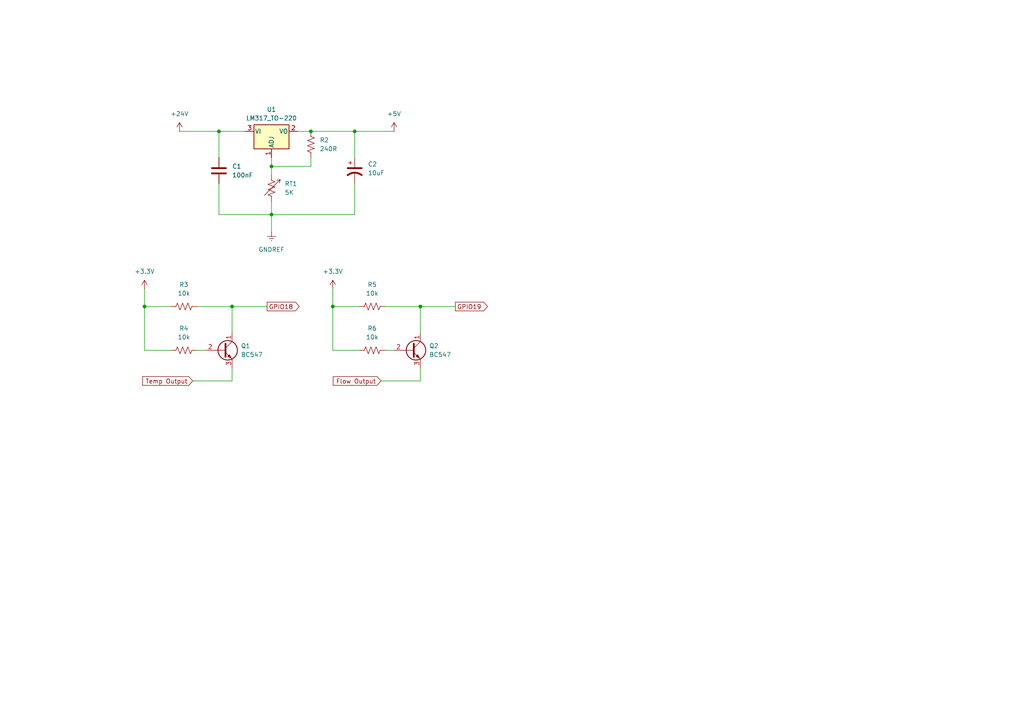
<source format=kicad_sch>
(kicad_sch (version 20250114) (generator "eeschema") (generator_version "9.0")
  (paper "A4")
  (lib_symbols
    (symbol "Device:C" (pin_numbers (hide yes)) (pin_names (offset 0.254))
      (property "Reference" "C" (at 0.635 2.54 0))
      (property "Value" "C" (at 0.635 -2.54 0))
      (symbol "C_0_1"
        (polyline (pts (xy -2.032 0.762) (xy 2.032 0.762)) (stroke (width 0.508)))
        (polyline (pts (xy -2.032 -0.762) (xy 2.032 -0.762)) (stroke (width 0.508)))
      )
      (symbol "C_1_1"
        (pin passive line (at 0 3.81 270) (length 2.794) (name "~") (number "1"))
        (pin passive line (at 0 -3.81 90) (length 2.794) (name "~") (number "2"))
      )
    )
    (symbol "Device:C_Polarized_US" (pin_numbers (hide yes)) (pin_names (offset 0.254) (hide yes))
      (property "Reference" "C" (at 0.635 2.54 0))
      (property "Value" "C_Polarized_US" (at 0.635 -2.54 0))
      (symbol "C_Polarized_US_0_1"
        (polyline (pts (xy -2.032 0.762) (xy 2.032 0.762)) (stroke (width 0.508)))
        (polyline (pts (xy -1.778 2.286) (xy -0.762 2.286)))
        (polyline (pts (xy -1.27 1.778) (xy -1.27 2.794)))
        (arc (start -2.032 -1.27) (mid 0 -0.5572) (end 2.032 -1.27) (stroke (width 0.508)))
      )
      (symbol "C_Polarized_US_1_1"
        (pin passive line (at 0 3.81 270) (length 2.794) (name "~") (number "1"))
        (pin passive line (at 0 -3.81 90) (length 3.302) (name "~") (number "2"))
      )
    )
    (symbol "Device:R_US" (pin_numbers (hide yes)) (pin_names (offset 0))
      (property "Reference" "R" (at 2.54 0 90))
      (property "Value" "R_US" (at -2.54 0 90))
      (symbol "R_US_0_1"
        (polyline (pts (xy 0 2.286) (xy 0 2.54)))
        (polyline (pts (xy 0 2.286) (xy 1.016 1.905) (xy 0 1.524) (xy -1.016 1.143) (xy 0 0.762)))
        (polyline (pts (xy 0 0.762) (xy 1.016 0.381) (xy 0 0) (xy -1.016 -0.381) (xy 0 -0.762)))
        (polyline (pts (xy 0 -0.762) (xy 1.016 -1.143) (xy 0 -1.524) (xy -1.016 -1.905) (xy 0 -2.286)))
        (polyline (pts (xy 0 -2.286) (xy 0 -2.54)))
      )
      (symbol "R_US_1_1"
        (pin passive line (at 0 3.81 270) (length 1.27) (name "~") (number "1"))
        (pin passive line (at 0 -3.81 90) (length 1.27) (name "~") (number "2"))
      )
    )
    (symbol "Device:R_Variable_US" (pin_numbers (hide yes)) (pin_names (offset 0))
      (property "Reference" "R" (at 2.54 -2.54 90))
      (property "Value" "R_Variable_US" (at -2.54 -1.27 90))
      (symbol "R_Variable_US_0_1"
        (polyline (pts (xy 0 2.286) (xy 0 2.54)))
        (polyline (pts (xy 0 2.286) (xy 1.016 1.905) (xy 0 1.524) (xy -1.016 1.143) (xy 0 0.762)) (stroke (width 0.1524)))
        (polyline (pts (xy 0 0.762) (xy 1.016 0.381) (xy 0 0) (xy -1.016 -0.381) (xy 0 -0.762)))
        (polyline (pts (xy 0 -0.762) (xy 1.016 -1.143) (xy 0 -1.524) (xy -1.016 -1.905) (xy 0 -2.286)))
        (polyline (pts (xy 0 -2.286) (xy 0 -2.54)))
        (polyline (pts (xy 2.286 1.524) (xy 2.54 2.54) (xy 1.524 2.286) (xy 2.54 2.54) (xy -2.032 -2.032)) (stroke (width 0.1524)))
      )
      (symbol "R_Variable_US_1_1"
        (pin passive line (at 0 3.81 270) (length 1.27) (name "~") (number "1"))
        (pin passive line (at 0 -3.81 90) (length 1.27) (name "~") (number "2"))
      )
    )
    (symbol "Regulator_Linear:LM317_TO-220" (pin_names (offset 0.254))
      (property "Reference" "U" (at -3.81 3.175 0))
      (property "Value" "LM317_TO-220" (at 0 3.175 0))
      (symbol "LM317_TO-220_0_1"
        (rectangle (start -5.08 1.905) (end 5.08 -5.08) (stroke (width 0.254)) (fill (type background)))
      )
      (symbol "LM317_TO-220_1_1"
        (pin power_in line (at -7.62 0 0) (length 2.54) (name "VI") (number "3"))
        (pin input line (at 0 -7.62 90) (length 2.54) (name "ADJ") (number "1"))
        (pin power_out line (at 7.62 0 180) (length 2.54) (name "VO") (number "2"))
      )
    )
    (symbol "Transistor_BJT:BC547" (pin_names (offset 0) (hide yes))
      (property "Reference" "Q" (at 5.08 1.905 0))
      (property "Value" "BC547" (at 5.08 0 0))
      (symbol "BC547_0_1"
        (polyline (pts (xy -2.54 0) (xy 0.635 0)))
        (polyline (pts (xy 0.635 1.905) (xy 0.635 -1.905)) (stroke (width 0.508)))
        (circle (center 1.27 0) (radius 2.8194) (stroke (width 0.254)))
      )
      (symbol "BC547_1_1"
        (polyline (pts (xy 0.635 0.635) (xy 2.54 2.54)))
        (polyline (pts (xy 0.635 -0.635) (xy 2.54 -2.54)))
        (polyline (pts (xy 1.27 -1.778) (xy 1.778 -1.27) (xy 2.286 -2.286) (xy 1.27 -1.778)) (fill (type outline)))
        (pin input line (at -5.08 0 0) (length 2.54) (name "B") (number "2"))
        (pin passive line (at 2.54 5.08 270) (length 2.54) (name "C") (number "1"))
        (pin passive line (at 2.54 -5.08 90) (length 2.54) (name "E") (number "3"))
      )
    )
    (symbol "power:+24V" (power) (pin_numbers (hide yes)) (pin_names (offset 0) (hide yes))
      (property "Value" "+24V" (at 0 3.556 0))
      (symbol "+24V_0_1"
        (polyline (pts (xy -0.762 1.27) (xy 0 2.54)))
        (polyline (pts (xy 0 2.54) (xy 0.762 1.27)))
        (polyline (pts (xy 0 0) (xy 0 2.54)))
      )
      (symbol "+24V_1_1"
        (pin power_in line (at 0 0 90) (length 0) (name "~") (number "1"))
      )
    )
    (symbol "power:+3.3V" (power) (pin_numbers (hide yes)) (pin_names (offset 0) (hide yes))
      (property "Value" "+3.3V" (at 0 3.556 0))
      (symbol "+3.3V_0_1"
        (polyline (pts (xy -0.762 1.27) (xy 0 2.54)))
        (polyline (pts (xy 0 2.54) (xy 0.762 1.27)))
        (polyline (pts (xy 0 0) (xy 0 2.54)))
      )
      (symbol "+3.3V_1_1"
        (pin power_in line (at 0 0 90) (length 0) (name "~") (number "1"))
      )
    )
    (symbol "power:+5V" (power) (pin_numbers (hide yes)) (pin_names (offset 0) (hide yes))
      (property "Value" "+5V" (at 0 3.556 0))
      (symbol "+5V_0_1"
        (polyline (pts (xy -0.762 1.27) (xy 0 2.54)))
        (polyline (pts (xy 0 2.54) (xy 0.762 1.27)))
        (polyline (pts (xy 0 0) (xy 0 2.54)))
      )
      (symbol "+5V_1_1"
        (pin power_in line (at 0 0 90) (length 0) (name "~") (number "1"))
      )
    )
    (symbol "power:GNDREF" (power) (pin_numbers (hide yes)) (pin_names (offset 0) (hide yes))
      (property "Value" "GNDREF" (at 0 -3.81 0))
      (symbol "GNDREF_0_1"
        (polyline (pts (xy -0.635 -1.905) (xy 0.635 -1.905)))
        (polyline (pts (xy -0.127 -2.54) (xy 0.127 -2.54)))
        (polyline (pts (xy 0 -1.27) (xy 0 0)))
        (polyline (pts (xy 1.27 -1.27) (xy -1.27 -1.27)))
      )
      (symbol "GNDREF_1_1"
        (pin power_in line (at 0 0 270) (length 0) (name "~") (number "1"))
      )
    )
  )
  (junction (at 63.5 38.1))
  (junction (at 41.91 88.9))
  (junction (at 121.92 88.9))
  (junction (at 102.87 38.1))
  (junction (at 78.74 48.26))
  (junction (at 67.31 88.9))
  (junction (at 78.74 62.23))
  (junction (at 96.52 88.9))
  (junction (at 90.17 38.1))
  (wire (pts (xy 110.49 110.49) (xy 121.92 110.49)))
  (wire (pts (xy 67.31 88.9) (xy 77.47 88.9)))
  (wire (pts (xy 63.5 45.72) (xy 63.5 38.1)))
  (wire (pts (xy 63.5 53.34) (xy 63.5 62.23)))
  (wire (pts (xy 41.91 88.9) (xy 41.91 83.82)))
  (wire (pts (xy 96.52 101.6) (xy 96.52 88.9)))
  (wire (pts (xy 63.5 38.1) (xy 71.12 38.1)))
  (wire (pts (xy 111.76 88.9) (xy 121.92 88.9)))
  (wire (pts (xy 49.53 101.6) (xy 41.91 101.6)))
  (wire (pts (xy 102.87 38.1) (xy 114.3 38.1)))
  (wire (pts (xy 102.87 62.23) (xy 102.87 53.34)))
  (wire (pts (xy 78.74 67.31) (xy 78.74 62.23)))
  (wire (pts (xy 57.15 88.9) (xy 67.31 88.9)))
  (wire (pts (xy 52.07 38.1) (xy 63.5 38.1)))
  (wire (pts (xy 63.5 62.23) (xy 78.74 62.23)))
  (wire (pts (xy 90.17 38.1) (xy 102.87 38.1)))
  (wire (pts (xy 55.88 110.49) (xy 67.31 110.49)))
  (wire (pts (xy 104.14 101.6) (xy 96.52 101.6)))
  (wire (pts (xy 121.92 88.9) (xy 132.08 88.9)))
  (wire (pts (xy 78.74 58.42) (xy 78.74 62.23)))
  (wire (pts (xy 67.31 88.9) (xy 67.31 96.52)))
  (wire (pts (xy 90.17 48.26) (xy 78.74 48.26)))
  (wire (pts (xy 96.52 88.9) (xy 96.52 83.82)))
  (wire (pts (xy 57.15 101.6) (xy 59.69 101.6)))
  (wire (pts (xy 67.31 110.49) (xy 67.31 106.68)))
  (wire (pts (xy 41.91 88.9) (xy 49.53 88.9)))
  (wire (pts (xy 96.52 88.9) (xy 104.14 88.9)))
  (wire (pts (xy 121.92 110.49) (xy 121.92 106.68)))
  (wire (pts (xy 41.91 101.6) (xy 41.91 88.9)))
  (wire (pts (xy 90.17 45.72) (xy 90.17 48.26)))
  (wire (pts (xy 78.74 48.26) (xy 78.74 45.72)))
  (wire (pts (xy 78.74 50.8) (xy 78.74 48.26)))
  (wire (pts (xy 90.17 38.1) (xy 86.36 38.1)))
  (wire (pts (xy 78.74 62.23) (xy 102.87 62.23)))
  (wire (pts (xy 121.92 88.9) (xy 121.92 96.52)))
  (wire (pts (xy 111.76 101.6) (xy 114.3 101.6)))
  (wire (pts (xy 102.87 38.1) (xy 102.87 45.72)))
  (global_label "GPIO18" (shape output) (at 77.47 88.9 0) (property "Intersheetrefs" "${INTERSHEET_REFS}" (effects (hide yes))))
  (global_label "Temp Output" (shape input) (at 55.88 110.49 180) (property "Intersheetrefs" "${INTERSHEET_REFS}" (effects (hide yes))))
  (global_label "GPIO19" (shape output) (at 132.08 88.9 0) (property "Intersheetrefs" "${INTERSHEET_REFS}" (effects (hide yes))))
  (global_label "Flow Output" (shape input) (at 110.49 110.49 180) (property "Intersheetrefs" "${INTERSHEET_REFS}" (effects (hide yes))))
  (symbol (lib_id "Device:R_Variable_US") (at 78.74 54.61 0) (unit 1)
    (property "Reference" "RT1" (at 82.55 53.3018 0) (effects (justify left)))
    (property "Value" "5K" (at 82.55 55.8418 0) (effects (justify left)))
    (property "Description" "Variable resistor, US symbol" (effects (hide yes)))
  )
  (symbol (lib_id "Regulator_Linear:LM317_TO-220") (at 78.74 38.1 0) (unit 1)
    (property "Reference" "U1" (at 78.74 31.75 0))
    (property "Value" "LM317_TO-220" (at 78.74 34.29 0))
    (property "Footprint" "Package_TO_SOT_THT:TO-220-3_Vertical" (effects (hide yes)))
    (property "Datasheet" "http://www.ti.com/lit/ds/symlink/lm317.pdf" (effects (hide yes)))
    (property "Description" "1.5A 35V Adjustable Linear Regulator, TO-220" (effects (hide yes)))
  )
  (symbol (lib_id "Device:C_Polarized_US") (at 102.87 49.53 0) (unit 1)
    (property "Reference" "C2" (at 106.68 47.6249 0) (effects (justify left)))
    (property "Value" "10uF" (at 106.68 50.1649 0) (effects (justify left)))
    (property "Description" "Polarized capacitor, US symbol" (effects (hide yes)))
  )
  (symbol (lib_id "power:+3.3V") (at 96.52 83.82 0) (unit 1)
    (property "Reference" "#PWR05" (effects (hide yes)))
    (property "Value" "+3.3V" (at 96.52 78.74 0))
    (property "Description" "Power symbol creates a global label with name \"+3.3V\"" (effects (hide yes)))
  )
  (symbol (lib_id "Device:C") (at 63.5 49.53 0) (unit 1)
    (property "Reference" "C1" (at 67.31 48.2599 0) (effects (justify left)))
    (property "Value" "100nF" (at 67.31 50.7999 0) (effects (justify left)))
    (property "Description" "Unpolarized capacitor" (effects (hide yes)))
  )
  (symbol (lib_id "Transistor_BJT:BC547") (at 119.38 101.6 0) (unit 1)
    (property "Reference" "Q2" (at 124.46 100.3299 0) (effects (justify left)))
    (property "Value" "BC547" (at 124.46 102.8699 0) (effects (justify left)))
    (property "Footprint" "Package_TO_SOT_THT:TO-92_Inline" (effects (hide yes)))
    (property "Datasheet" "https://www.onsemi.com/pub/Collateral/BC550-D.pdf" (effects (hide yes)))
    (property "Description" "0.1A Ic, 45V Vce, Small Signal NPN Transistor, TO-92" (effects (hide yes)))
  )
  (symbol (lib_id "power:+3.3V") (at 41.91 83.82 0) (unit 1)
    (property "Reference" "#PWR04" (effects (hide yes)))
    (property "Value" "+3.3V" (at 41.91 78.74 0))
    (property "Description" "Power symbol creates a global label with name \"+3.3V\"" (effects (hide yes)))
  )
  (symbol (lib_id "power:+5V") (at 114.3 38.1 0) (unit 1)
    (property "Reference" "#PWR03" (effects (hide yes)))
    (property "Value" "+5V" (at 114.3 33.02 0))
    (property "Description" "Power symbol creates a global label with name \"+5V\"" (effects (hide yes)))
  )
  (symbol (lib_id "Transistor_BJT:BC547") (at 64.77 101.6 0) (unit 1)
    (property "Reference" "Q1" (at 69.85 100.3299 0) (effects (justify left)))
    (property "Value" "BC547" (at 69.85 102.8699 0) (effects (justify left)))
    (property "Footprint" "Package_TO_SOT_THT:TO-92_Inline" (effects (hide yes)))
    (property "Datasheet" "https://www.onsemi.com/pub/Collateral/BC550-D.pdf" (effects (hide yes)))
    (property "Description" "0.1A Ic, 45V Vce, Small Signal NPN Transistor, TO-92" (effects (hide yes)))
  )
  (symbol (lib_id "power:GNDREF") (at 78.74 67.31 0) (unit 1)
    (property "Reference" "#PWR01" (effects (hide yes)))
    (property "Value" "GNDREF" (at 78.74 72.39 0))
    (property "Description" "Power symbol creates a global label with name \"GNDREF\" , reference supply ground" (effects (hide yes)))
  )
  (symbol (lib_id "power:+24V") (at 52.07 38.1 0) (unit 1)
    (property "Reference" "#PWR02" (effects (hide yes)))
    (property "Value" "+24V" (at 52.07 33.02 0))
    (property "Description" "Power symbol creates a global label with name \"+24V\"" (effects (hide yes)))
  )
  (symbol (lib_id "Device:R_US") (at 107.95 101.6 90) (unit 1)
    (property "Reference" "R6" (at 107.95 95.25 90))
    (property "Value" "10k" (at 107.95 97.79 90))
    (property "Description" "Resistor, US symbol" (effects (hide yes)))
  )
  (symbol (lib_id "Device:R_US") (at 107.95 88.9 270) (unit 1)
    (property "Reference" "R5" (at 107.95 82.55 90))
    (property "Value" "10k" (at 107.95 85.09 90))
    (property "Description" "Resistor, US symbol" (effects (hide yes)))
  )
  (symbol (lib_id "Device:R_US") (at 53.34 101.6 90) (unit 1)
    (property "Reference" "R4" (at 53.34 95.25 90))
    (property "Value" "10k" (at 53.34 97.79 90))
    (property "Description" "Resistor, US symbol" (effects (hide yes)))
  )
  (symbol (lib_id "Device:R_US") (at 90.17 41.91 0) (unit 1)
    (property "Reference" "R2" (at 92.71 40.6399 0) (effects (justify left)))
    (property "Value" "240R" (at 92.71 43.1799 0) (effects (justify left)))
    (property "Description" "Resistor, US symbol" (effects (hide yes)))
  )
  (symbol (lib_id "Device:R_US") (at 53.34 88.9 270) (unit 1)
    (property "Reference" "R3" (at 53.34 82.55 90))
    (property "Value" "10k" (at 53.34 85.09 90))
    (property "Description" "Resistor, US symbol" (effects (hide yes)))
  )
)
</source>
